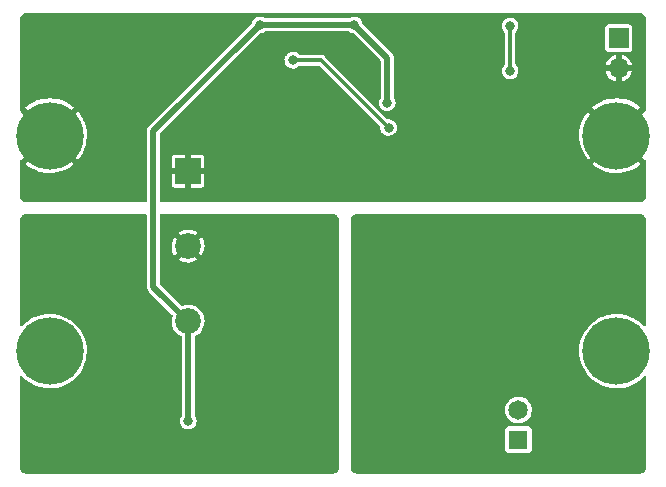
<source format=gbr>
%TF.GenerationSoftware,KiCad,Pcbnew,(6.0.8)*%
%TF.CreationDate,2022-10-20T22:21:07+02:00*%
%TF.ProjectId,WDSSR,57445353-522e-46b6-9963-61645f706362,rev?*%
%TF.SameCoordinates,PX7270e00PY4c4b400*%
%TF.FileFunction,Copper,L2,Bot*%
%TF.FilePolarity,Positive*%
%FSLAX45Y45*%
G04 Gerber Fmt 4.5, Leading zero omitted, Abs format (unit mm)*
G04 Created by KiCad (PCBNEW (6.0.8)) date 2022-10-20 22:21:07*
%MOMM*%
%LPD*%
G01*
G04 APERTURE LIST*
%TA.AperFunction,ComponentPad*%
%ADD10C,5.700000*%
%TD*%
%TA.AperFunction,ComponentPad*%
%ADD11R,2.175000X2.175000*%
%TD*%
%TA.AperFunction,ComponentPad*%
%ADD12C,2.175000*%
%TD*%
%TA.AperFunction,ComponentPad*%
%ADD13R,1.650000X1.650000*%
%TD*%
%TA.AperFunction,ComponentPad*%
%ADD14C,1.650000*%
%TD*%
%TA.AperFunction,ComponentPad*%
%ADD15R,1.700000X1.700000*%
%TD*%
%TA.AperFunction,ComponentPad*%
%ADD16O,1.700000X1.700000*%
%TD*%
%TA.AperFunction,ViaPad*%
%ADD17C,0.800000*%
%TD*%
%TA.AperFunction,Conductor*%
%ADD18C,0.500000*%
%TD*%
%TA.AperFunction,Conductor*%
%ADD19C,0.300000*%
%TD*%
G04 APERTURE END LIST*
D10*
X300000Y-1088000D03*
X300000Y-2913000D03*
X5100000Y-1088000D03*
X5100000Y-2913000D03*
D11*
X1473000Y-1389000D03*
D12*
X1473000Y-2024000D03*
X1473000Y-2659000D03*
D13*
X4270000Y-3662000D03*
D14*
X4270000Y-3412000D03*
D15*
X5120000Y-262500D03*
D16*
X5120000Y-516500D03*
D17*
X2315000Y-1410000D03*
X2165000Y-1560000D03*
X2020000Y-1560000D03*
X3225000Y-1560000D03*
X2165000Y-1410000D03*
X3075000Y-1560000D03*
X2925000Y-1560000D03*
X2315000Y-1560000D03*
X2925000Y-1410000D03*
X1870000Y-1560000D03*
X3530000Y-1560000D03*
X2625000Y-1410000D03*
X3380000Y-1410000D03*
X3680000Y-1560000D03*
X2475000Y-1410000D03*
X3380000Y-1560000D03*
X2475000Y-1560000D03*
X2880000Y-340000D03*
X4010000Y-160000D03*
X3075000Y-1410000D03*
X2020000Y-1260000D03*
X1980000Y-630000D03*
X1720000Y-1410000D03*
X1720000Y-1560000D03*
X1870000Y-1260000D03*
X2400000Y-830000D03*
X2775000Y-1560000D03*
X3480000Y-530000D03*
X3680000Y-1410000D03*
X1870000Y-1410000D03*
X3530000Y-1410000D03*
X1720000Y-1260000D03*
X2625000Y-1560000D03*
X3225000Y-1410000D03*
X1500000Y-530000D03*
X2775000Y-1410000D03*
X2020000Y-1410000D03*
X2080000Y-150000D03*
X2880000Y-150000D03*
X3160000Y-810000D03*
X1475000Y-3505000D03*
X2360000Y-450000D03*
X3170000Y-1020000D03*
X510000Y-3500000D03*
X510000Y-3650000D03*
X2000000Y-1900000D03*
X210000Y-3800000D03*
X2000000Y-2890000D03*
X2000000Y-2740000D03*
X2350000Y-2890000D03*
X1100000Y-3650000D03*
X830000Y-1820000D03*
X1700000Y-2740000D03*
X2650000Y-3040000D03*
X360000Y-3800000D03*
X1250000Y-3650000D03*
X2350000Y-2740000D03*
X510000Y-3800000D03*
X2000000Y-2200000D03*
X1100000Y-3800000D03*
X1250000Y-3800000D03*
X1700000Y-2890000D03*
X1850000Y-2200000D03*
X2650000Y-2740000D03*
X1850000Y-2050000D03*
X2000000Y-2050000D03*
X950000Y-3650000D03*
X1100000Y-3500000D03*
X2500000Y-2890000D03*
X1700000Y-3040000D03*
X1700000Y-1900000D03*
X360000Y-3650000D03*
X1850000Y-2890000D03*
X210000Y-3500000D03*
X2500000Y-2740000D03*
X2500000Y-3040000D03*
X2350000Y-3040000D03*
X2650000Y-2890000D03*
X360000Y-3500000D03*
X950000Y-3500000D03*
X1250000Y-3500000D03*
X1700000Y-2200000D03*
X1700000Y-2050000D03*
X950000Y-3800000D03*
X210000Y-3650000D03*
X2000000Y-3040000D03*
X1850000Y-1900000D03*
X1850000Y-3040000D03*
X1850000Y-2740000D03*
X4300000Y-2740000D03*
X4600000Y-2740000D03*
X5050000Y-2050000D03*
X3610000Y-2200000D03*
X4600000Y-3040000D03*
X4900000Y-1900000D03*
X4300000Y-2890000D03*
X5200000Y-2200000D03*
X5200000Y-3500000D03*
X4900000Y-2200000D03*
X3460000Y-2050000D03*
X3460000Y-3040000D03*
X3610000Y-3040000D03*
X5050000Y-1900000D03*
X4900000Y-3650000D03*
X4450000Y-2740000D03*
X4300000Y-3040000D03*
X4900000Y-3500000D03*
X3610000Y-2890000D03*
X3310000Y-3040000D03*
X4900000Y-2050000D03*
X5200000Y-3800000D03*
X3610000Y-2740000D03*
X3460000Y-2200000D03*
X3460000Y-2740000D03*
X4450000Y-2890000D03*
X4900000Y-3800000D03*
X5200000Y-2050000D03*
X5050000Y-3650000D03*
X5200000Y-3650000D03*
X3460000Y-2890000D03*
X5050000Y-3800000D03*
X3460000Y-1900000D03*
X3310000Y-2740000D03*
X5050000Y-2200000D03*
X4450000Y-3040000D03*
X5200000Y-1900000D03*
X3310000Y-2200000D03*
X4600000Y-2890000D03*
X3310000Y-2050000D03*
X3610000Y-1900000D03*
X5050000Y-3500000D03*
X3610000Y-2050000D03*
X3310000Y-2890000D03*
X3310000Y-1900000D03*
X4200000Y-540000D03*
X4200000Y-160000D03*
D18*
X3160000Y-810000D02*
X3160000Y-430000D01*
X1473000Y-2659000D02*
X1180000Y-2366000D01*
X2880000Y-150000D02*
X2080000Y-150000D01*
X1180000Y-1050000D02*
X2080000Y-150000D01*
X1180000Y-2366000D02*
X1180000Y-1050000D01*
X3160000Y-430000D02*
X2880000Y-150000D01*
X1473000Y-2659000D02*
X1475000Y-2661000D01*
X1475000Y-2661000D02*
X1475000Y-3505000D01*
D19*
X3170000Y-1020000D02*
X2600000Y-450000D01*
X2600000Y-450000D02*
X2360000Y-450000D01*
X4200000Y-540000D02*
X4200000Y-160000D01*
%TA.AperFunction,Conductor*%
G36*
X5300643Y-50085D02*
G01*
X5311649Y-51534D01*
X5314145Y-52202D01*
X5323796Y-56200D01*
X5326034Y-57492D01*
X5334321Y-63851D01*
X5336149Y-65679D01*
X5342508Y-73966D01*
X5343800Y-76204D01*
X5347798Y-85855D01*
X5348466Y-88351D01*
X5349915Y-99357D01*
X5350000Y-100649D01*
X5350000Y-874100D01*
X5348109Y-879919D01*
X5343159Y-883515D01*
X5341066Y-883952D01*
X5339285Y-884127D01*
X5339107Y-884249D01*
X5136464Y-1086891D01*
X5135859Y-1088080D01*
X5135938Y-1088583D01*
X5338865Y-1291510D01*
X5341409Y-1292806D01*
X5344594Y-1293310D01*
X5348921Y-1297637D01*
X5350000Y-1302131D01*
X5350000Y-1599351D01*
X5349915Y-1600643D01*
X5348466Y-1611649D01*
X5347798Y-1614145D01*
X5343800Y-1623796D01*
X5342508Y-1626034D01*
X5336149Y-1634321D01*
X5334321Y-1636149D01*
X5326034Y-1642508D01*
X5323796Y-1643800D01*
X5314145Y-1647797D01*
X5311649Y-1648466D01*
X5300643Y-1649915D01*
X5299351Y-1650000D01*
X1244950Y-1650000D01*
X1239131Y-1648109D01*
X1235535Y-1643159D01*
X1235050Y-1640100D01*
X1235050Y-1501914D01*
X1334250Y-1501914D01*
X1334285Y-1502498D01*
X1334473Y-1504085D01*
X1334863Y-1505502D01*
X1338727Y-1514201D01*
X1339745Y-1515682D01*
X1346361Y-1522287D01*
X1347843Y-1523302D01*
X1356548Y-1527150D01*
X1357969Y-1527537D01*
X1359508Y-1527717D01*
X1360079Y-1527750D01*
X1446432Y-1527750D01*
X1447700Y-1527338D01*
X1448000Y-1526926D01*
X1448000Y-1526182D01*
X1498000Y-1526182D01*
X1498412Y-1527450D01*
X1498824Y-1527750D01*
X1585914Y-1527750D01*
X1586498Y-1527715D01*
X1588085Y-1527527D01*
X1589502Y-1527137D01*
X1598201Y-1523273D01*
X1599682Y-1522255D01*
X1606287Y-1515639D01*
X1607302Y-1514157D01*
X1611150Y-1505452D01*
X1611537Y-1504031D01*
X1611717Y-1502492D01*
X1611750Y-1501921D01*
X1611750Y-1415568D01*
X1611338Y-1414299D01*
X1610926Y-1414000D01*
X1499568Y-1414000D01*
X1498299Y-1414412D01*
X1498000Y-1414824D01*
X1498000Y-1526182D01*
X1448000Y-1526182D01*
X1448000Y-1415568D01*
X1447588Y-1414299D01*
X1447176Y-1414000D01*
X1335818Y-1414000D01*
X1334550Y-1414412D01*
X1334250Y-1414824D01*
X1334250Y-1501914D01*
X1235050Y-1501914D01*
X1235050Y-1362432D01*
X1334250Y-1362432D01*
X1334662Y-1363701D01*
X1335074Y-1364000D01*
X1446432Y-1364000D01*
X1447700Y-1363588D01*
X1448000Y-1363176D01*
X1448000Y-1362432D01*
X1498000Y-1362432D01*
X1498412Y-1363701D01*
X1498824Y-1364000D01*
X1610182Y-1364000D01*
X1611450Y-1363588D01*
X1611750Y-1363176D01*
X1611750Y-1327984D01*
X4895954Y-1327984D01*
X4896020Y-1328403D01*
X4896092Y-1328499D01*
X4898692Y-1330906D01*
X4899118Y-1331258D01*
X4927023Y-1351831D01*
X4927486Y-1352135D01*
X4957510Y-1369469D01*
X4958004Y-1369718D01*
X4989775Y-1383599D01*
X4990290Y-1383790D01*
X5023410Y-1394043D01*
X5023947Y-1394177D01*
X5058002Y-1400673D01*
X5058550Y-1400746D01*
X5093117Y-1403406D01*
X5093668Y-1403417D01*
X5128319Y-1402207D01*
X5128867Y-1402157D01*
X5163166Y-1397093D01*
X5163707Y-1396982D01*
X5197226Y-1388126D01*
X5197752Y-1387955D01*
X5230074Y-1375418D01*
X5230579Y-1375189D01*
X5261302Y-1359127D01*
X5261777Y-1358844D01*
X5290519Y-1339457D01*
X5290960Y-1339122D01*
X5303167Y-1328733D01*
X5303866Y-1327597D01*
X5303842Y-1327284D01*
X5303669Y-1327025D01*
X5101109Y-1124464D01*
X5099920Y-1123859D01*
X5099417Y-1123938D01*
X4896559Y-1326796D01*
X4895954Y-1327984D01*
X1611750Y-1327984D01*
X1611750Y-1276086D01*
X1611715Y-1275502D01*
X1611527Y-1273915D01*
X1611137Y-1272498D01*
X1607273Y-1263799D01*
X1606255Y-1262318D01*
X1599639Y-1255713D01*
X1598157Y-1254698D01*
X1589452Y-1250850D01*
X1588031Y-1250463D01*
X1586492Y-1250283D01*
X1585921Y-1250250D01*
X1499568Y-1250250D01*
X1498299Y-1250662D01*
X1498000Y-1251074D01*
X1498000Y-1362432D01*
X1448000Y-1362432D01*
X1448000Y-1251818D01*
X1447588Y-1250550D01*
X1447176Y-1250250D01*
X1360086Y-1250250D01*
X1359502Y-1250285D01*
X1357915Y-1250473D01*
X1356498Y-1250863D01*
X1347799Y-1254727D01*
X1346318Y-1255745D01*
X1339713Y-1262361D01*
X1338698Y-1263843D01*
X1334850Y-1272548D01*
X1334463Y-1273969D01*
X1334283Y-1275508D01*
X1334250Y-1276079D01*
X1334250Y-1362432D01*
X1235050Y-1362432D01*
X1235050Y-1076903D01*
X1236941Y-1071084D01*
X1237950Y-1069903D01*
X1858591Y-449261D01*
X2289439Y-449261D01*
X2289505Y-449854D01*
X2289505Y-449855D01*
X2290283Y-456903D01*
X2291300Y-466113D01*
X2297127Y-482036D01*
X2306583Y-496108D01*
X2319123Y-507519D01*
X2334024Y-515609D01*
X2337519Y-516526D01*
X2349846Y-519760D01*
X2349847Y-519760D01*
X2350423Y-519912D01*
X2351019Y-519921D01*
X2351020Y-519921D01*
X2358897Y-520045D01*
X2367376Y-520178D01*
X2367958Y-520045D01*
X2367958Y-520045D01*
X2383321Y-516526D01*
X2383321Y-516526D01*
X2383903Y-516393D01*
X2385461Y-515609D01*
X2398517Y-509043D01*
X2399050Y-508775D01*
X2399504Y-508387D01*
X2399504Y-508387D01*
X2411942Y-497763D01*
X2412046Y-497884D01*
X2416729Y-495245D01*
X2418686Y-495050D01*
X2577239Y-495050D01*
X2583058Y-496941D01*
X2584239Y-497950D01*
X3096698Y-1010408D01*
X3099476Y-1015860D01*
X3099505Y-1018072D01*
X3099524Y-1018072D01*
X3099517Y-1018669D01*
X3099439Y-1019261D01*
X3099505Y-1019854D01*
X3099505Y-1019855D01*
X3100910Y-1032581D01*
X3101300Y-1036113D01*
X3107127Y-1052036D01*
X3107459Y-1052531D01*
X3107459Y-1052531D01*
X3109437Y-1055475D01*
X3116583Y-1066108D01*
X3129123Y-1077519D01*
X3144023Y-1085609D01*
X3147519Y-1086526D01*
X3159846Y-1089760D01*
X3159847Y-1089760D01*
X3160423Y-1089912D01*
X3161019Y-1089921D01*
X3161020Y-1089921D01*
X3168896Y-1090045D01*
X3177376Y-1090178D01*
X3177957Y-1090045D01*
X3177958Y-1090045D01*
X3193321Y-1086526D01*
X3193321Y-1086526D01*
X3193903Y-1086393D01*
X3195461Y-1085609D01*
X3198918Y-1083871D01*
X4784546Y-1083871D01*
X4785998Y-1118511D01*
X4786052Y-1119060D01*
X4791356Y-1153322D01*
X4791471Y-1153862D01*
X4800561Y-1187319D01*
X4800735Y-1187844D01*
X4813498Y-1220079D01*
X4813729Y-1220579D01*
X4830006Y-1251192D01*
X4830292Y-1251664D01*
X4849879Y-1280270D01*
X4850217Y-1280709D01*
X4859255Y-1291179D01*
X4860395Y-1291870D01*
X4860727Y-1291842D01*
X4860959Y-1291685D01*
X5063536Y-1089109D01*
X5064142Y-1087920D01*
X5064062Y-1087417D01*
X4861262Y-884618D01*
X4860074Y-884012D01*
X4859673Y-884076D01*
X4859552Y-884168D01*
X4855694Y-888393D01*
X4855346Y-888821D01*
X4834967Y-916869D01*
X4834668Y-917334D01*
X4817543Y-947478D01*
X4817297Y-947974D01*
X4803639Y-979840D01*
X4803451Y-980358D01*
X4793430Y-1013550D01*
X4793300Y-1014085D01*
X4787041Y-1048186D01*
X4786972Y-1048734D01*
X4784554Y-1083320D01*
X4784546Y-1083871D01*
X3198918Y-1083871D01*
X3208516Y-1079043D01*
X3209050Y-1078775D01*
X3209503Y-1078387D01*
X3209504Y-1078387D01*
X3221489Y-1068151D01*
X3221489Y-1068151D01*
X3221942Y-1067763D01*
X3231836Y-1053995D01*
X3232740Y-1051745D01*
X3237938Y-1038817D01*
X3237938Y-1038816D01*
X3238160Y-1038263D01*
X3239706Y-1027399D01*
X3240503Y-1021798D01*
X3240503Y-1021798D01*
X3240549Y-1021478D01*
X3240564Y-1020000D01*
X3238528Y-1003168D01*
X3232534Y-987308D01*
X3230612Y-984510D01*
X3223269Y-973827D01*
X3222931Y-973335D01*
X3210272Y-962056D01*
X3195288Y-954122D01*
X3186576Y-951934D01*
X3179423Y-950137D01*
X3179423Y-950137D01*
X3178844Y-949992D01*
X3171284Y-949952D01*
X3167693Y-949933D01*
X3161884Y-948012D01*
X3160744Y-947034D01*
X2634162Y-420452D01*
X2633388Y-419580D01*
X2631645Y-417370D01*
X2631187Y-416789D01*
X2626325Y-413429D01*
X2626073Y-413248D01*
X2621914Y-410176D01*
X2621914Y-410176D01*
X2621318Y-409737D01*
X2620637Y-409497D01*
X2620043Y-409087D01*
X2619337Y-408864D01*
X2619337Y-408864D01*
X2617303Y-408220D01*
X2614407Y-407304D01*
X2614119Y-407208D01*
X2608537Y-405248D01*
X2607933Y-405224D01*
X2607665Y-405172D01*
X2607127Y-405002D01*
X2606466Y-404950D01*
X2601146Y-404950D01*
X2600757Y-404942D01*
X2595740Y-404745D01*
X2595739Y-404745D01*
X2595001Y-404716D01*
X2594323Y-404896D01*
X2593340Y-404950D01*
X2418515Y-404950D01*
X2412695Y-403059D01*
X2411929Y-402442D01*
X2410551Y-401214D01*
X2400272Y-392056D01*
X2385288Y-384122D01*
X2377066Y-382057D01*
X2369423Y-380137D01*
X2369423Y-380137D01*
X2368844Y-379992D01*
X2360284Y-379947D01*
X2352486Y-379906D01*
X2352486Y-379906D01*
X2351890Y-379903D01*
X2351310Y-380042D01*
X2351310Y-380042D01*
X2340570Y-382621D01*
X2335403Y-383861D01*
X2328929Y-387203D01*
X2320868Y-391364D01*
X2320867Y-391364D01*
X2320337Y-391637D01*
X2307560Y-402783D01*
X2307217Y-403271D01*
X2307217Y-403271D01*
X2300080Y-413427D01*
X2297811Y-416655D01*
X2291652Y-432451D01*
X2289439Y-449261D01*
X1858591Y-449261D01*
X2085749Y-222103D01*
X2090540Y-219453D01*
X2103321Y-216526D01*
X2103321Y-216526D01*
X2103903Y-216393D01*
X2105461Y-215609D01*
X2111852Y-212395D01*
X2119050Y-208775D01*
X2119504Y-208387D01*
X2119504Y-208387D01*
X2120634Y-207422D01*
X2126286Y-205080D01*
X2127063Y-205050D01*
X2832613Y-205050D01*
X2838348Y-206880D01*
X2838682Y-207117D01*
X2839123Y-207519D01*
X2854023Y-215609D01*
X2854601Y-215761D01*
X2854601Y-215761D01*
X2870048Y-219813D01*
X2874536Y-222389D01*
X3102050Y-449903D01*
X3104828Y-455354D01*
X3104950Y-456903D01*
X3104950Y-763366D01*
X3103150Y-769059D01*
X3097811Y-776655D01*
X3091652Y-792451D01*
X3089439Y-809261D01*
X3089505Y-809854D01*
X3089505Y-809855D01*
X3089684Y-811478D01*
X3091300Y-826113D01*
X3097127Y-842036D01*
X3097459Y-842530D01*
X3097459Y-842531D01*
X3098769Y-844480D01*
X3106583Y-856108D01*
X3119123Y-867519D01*
X3134023Y-875609D01*
X3137519Y-876526D01*
X3149846Y-879760D01*
X3149847Y-879760D01*
X3150423Y-879912D01*
X3151019Y-879921D01*
X3151020Y-879921D01*
X3158896Y-880045D01*
X3167376Y-880178D01*
X3167957Y-880045D01*
X3167958Y-880045D01*
X3183321Y-876526D01*
X3183321Y-876526D01*
X3183903Y-876393D01*
X3185461Y-875609D01*
X3198516Y-869043D01*
X3199050Y-868775D01*
X3199503Y-868387D01*
X3199504Y-868387D01*
X3211489Y-858151D01*
X3211489Y-858150D01*
X3211942Y-857763D01*
X3218288Y-848932D01*
X3218687Y-848377D01*
X4896116Y-848377D01*
X4896148Y-848726D01*
X4896287Y-848932D01*
X5098891Y-1051536D01*
X5100080Y-1052142D01*
X5100583Y-1052062D01*
X5303335Y-849310D01*
X5303940Y-848122D01*
X5303880Y-847739D01*
X5303767Y-847593D01*
X5297898Y-842308D01*
X5297466Y-841960D01*
X5269277Y-821779D01*
X5268809Y-821482D01*
X5238547Y-804569D01*
X5238049Y-804327D01*
X5206088Y-790891D01*
X5205569Y-790707D01*
X5172309Y-780917D01*
X5171772Y-780792D01*
X5137628Y-774771D01*
X5137081Y-774706D01*
X5102479Y-772529D01*
X5101926Y-772525D01*
X5067298Y-774218D01*
X5066748Y-774276D01*
X5032525Y-779819D01*
X5031986Y-779938D01*
X4998593Y-789261D01*
X4998070Y-789439D01*
X4965924Y-802427D01*
X4965425Y-802662D01*
X4934927Y-819152D01*
X4934458Y-819441D01*
X4905988Y-839228D01*
X4905553Y-839568D01*
X4896799Y-847231D01*
X4896116Y-848377D01*
X3218687Y-848377D01*
X3221488Y-844480D01*
X3221488Y-844479D01*
X3221836Y-843995D01*
X3222654Y-841960D01*
X3227938Y-828817D01*
X3227938Y-828816D01*
X3228160Y-828263D01*
X3228550Y-825520D01*
X3230503Y-811798D01*
X3230503Y-811798D01*
X3230549Y-811478D01*
X3230564Y-810000D01*
X3228528Y-793168D01*
X3222534Y-777308D01*
X3220791Y-774771D01*
X3216791Y-768951D01*
X3215050Y-763344D01*
X3215050Y-539261D01*
X4129439Y-539261D01*
X4129505Y-539854D01*
X4129505Y-539855D01*
X4129950Y-543891D01*
X4131300Y-556114D01*
X4137127Y-572036D01*
X4137459Y-572531D01*
X4137459Y-572531D01*
X4138769Y-574480D01*
X4146583Y-586108D01*
X4159123Y-597519D01*
X4174023Y-605609D01*
X4177445Y-606507D01*
X4189846Y-609760D01*
X4189847Y-609760D01*
X4190423Y-609912D01*
X4191019Y-609921D01*
X4191020Y-609921D01*
X4198900Y-610045D01*
X4207376Y-610178D01*
X4207958Y-610045D01*
X4207958Y-610045D01*
X4223321Y-606526D01*
X4223321Y-606526D01*
X4223903Y-606393D01*
X4225461Y-605609D01*
X4238517Y-599043D01*
X4239050Y-598775D01*
X4239504Y-598387D01*
X4239504Y-598387D01*
X4251489Y-588151D01*
X4251489Y-588151D01*
X4251942Y-587763D01*
X4256429Y-581519D01*
X4261488Y-574480D01*
X4261488Y-574479D01*
X4261836Y-573995D01*
X4268160Y-558263D01*
X4268558Y-555465D01*
X4270352Y-542859D01*
X5008035Y-542859D01*
X5011020Y-554612D01*
X5011322Y-555465D01*
X5019790Y-573834D01*
X5020242Y-574617D01*
X5031917Y-591136D01*
X5032504Y-591823D01*
X5046993Y-605938D01*
X5047695Y-606507D01*
X5064514Y-617745D01*
X5065309Y-618176D01*
X5083893Y-626161D01*
X5084754Y-626440D01*
X5093471Y-628413D01*
X5094760Y-628294D01*
X5094974Y-627518D01*
X5145000Y-627518D01*
X5145412Y-628787D01*
X5145529Y-628872D01*
X5146127Y-628923D01*
X5146512Y-628867D01*
X5147391Y-628656D01*
X5166545Y-622154D01*
X5167371Y-621786D01*
X5185019Y-611903D01*
X5185765Y-611390D01*
X5201316Y-598457D01*
X5201957Y-597816D01*
X5214890Y-582265D01*
X5215403Y-581519D01*
X5225286Y-563871D01*
X5225654Y-563045D01*
X5232156Y-543891D01*
X5232359Y-543043D01*
X5232135Y-541737D01*
X5232031Y-541636D01*
X5231447Y-541500D01*
X5146568Y-541500D01*
X5145300Y-541912D01*
X5145000Y-542324D01*
X5145000Y-627518D01*
X5094974Y-627518D01*
X5095000Y-627422D01*
X5095000Y-543068D01*
X5094588Y-541800D01*
X5094176Y-541500D01*
X5009258Y-541500D01*
X5008067Y-541887D01*
X5008035Y-542859D01*
X4270352Y-542859D01*
X4270503Y-541799D01*
X4270503Y-541798D01*
X4270549Y-541478D01*
X4270565Y-540000D01*
X4268528Y-523168D01*
X4262535Y-507308D01*
X4255975Y-497763D01*
X4253269Y-493827D01*
X4252931Y-493335D01*
X4250536Y-491200D01*
X4249191Y-490002D01*
X5007803Y-490002D01*
X5007818Y-491165D01*
X5008873Y-491500D01*
X5093432Y-491500D01*
X5094701Y-491088D01*
X5095000Y-490676D01*
X5095000Y-489932D01*
X5145000Y-489932D01*
X5145412Y-491200D01*
X5145824Y-491500D01*
X5230876Y-491500D01*
X5232025Y-491127D01*
X5232045Y-490087D01*
X5227945Y-475548D01*
X5227621Y-474704D01*
X5218675Y-456562D01*
X5218202Y-455791D01*
X5206099Y-439584D01*
X5205495Y-438912D01*
X5190641Y-425181D01*
X5189924Y-424631D01*
X5172816Y-413837D01*
X5172011Y-413427D01*
X5153223Y-405931D01*
X5152357Y-405675D01*
X5146538Y-404517D01*
X5145213Y-404674D01*
X5145210Y-404677D01*
X5145000Y-405482D01*
X5145000Y-489932D01*
X5095000Y-489932D01*
X5095000Y-405670D01*
X5094588Y-404401D01*
X5094527Y-404358D01*
X5093813Y-404306D01*
X5090555Y-404866D01*
X5089683Y-405099D01*
X5070705Y-412101D01*
X5069889Y-412490D01*
X5052505Y-422833D01*
X5051775Y-423363D01*
X5036566Y-436701D01*
X5035943Y-437357D01*
X5023421Y-453241D01*
X5022928Y-454000D01*
X5013510Y-471902D01*
X5013164Y-472736D01*
X5007803Y-490002D01*
X4249191Y-490002D01*
X4248364Y-489266D01*
X4245277Y-483983D01*
X4245050Y-481874D01*
X4245050Y-351965D01*
X5004950Y-351965D01*
X5005262Y-354585D01*
X5009806Y-364815D01*
X5017729Y-372724D01*
X5018565Y-373094D01*
X5027286Y-376950D01*
X5027287Y-376950D01*
X5027967Y-377251D01*
X5028707Y-377337D01*
X5030238Y-377515D01*
X5030535Y-377550D01*
X5209465Y-377550D01*
X5211256Y-377337D01*
X5211347Y-377326D01*
X5211347Y-377326D01*
X5212085Y-377238D01*
X5222315Y-372694D01*
X5230224Y-364771D01*
X5234751Y-354533D01*
X5235050Y-351965D01*
X5235050Y-173035D01*
X5234738Y-170415D01*
X5230194Y-160185D01*
X5222271Y-152276D01*
X5219359Y-150988D01*
X5212714Y-148050D01*
X5212713Y-148050D01*
X5212033Y-147749D01*
X5210632Y-147586D01*
X5209749Y-147483D01*
X5209749Y-147483D01*
X5209465Y-147450D01*
X5030535Y-147450D01*
X5028895Y-147645D01*
X5028653Y-147674D01*
X5028653Y-147674D01*
X5027915Y-147762D01*
X5017685Y-152306D01*
X5009776Y-160229D01*
X5005249Y-170467D01*
X5004950Y-173035D01*
X5004950Y-351965D01*
X4245050Y-351965D01*
X4245050Y-218214D01*
X4246941Y-212395D01*
X4248521Y-210686D01*
X4251489Y-208151D01*
X4251489Y-208151D01*
X4251942Y-207763D01*
X4261836Y-193995D01*
X4268160Y-178263D01*
X4268551Y-175520D01*
X4270503Y-161799D01*
X4270503Y-161798D01*
X4270549Y-161478D01*
X4270565Y-160000D01*
X4269120Y-148063D01*
X4268599Y-143760D01*
X4268599Y-143760D01*
X4268528Y-143168D01*
X4262535Y-127308D01*
X4255662Y-117308D01*
X4253269Y-113827D01*
X4252931Y-113335D01*
X4240272Y-102056D01*
X4225288Y-94122D01*
X4215950Y-91777D01*
X4209423Y-90137D01*
X4209423Y-90137D01*
X4208844Y-89992D01*
X4200284Y-89947D01*
X4192486Y-89906D01*
X4192486Y-89906D01*
X4191889Y-89903D01*
X4191310Y-90042D01*
X4191309Y-90042D01*
X4182922Y-92056D01*
X4175403Y-93861D01*
X4173294Y-94950D01*
X4160867Y-101364D01*
X4160867Y-101364D01*
X4160337Y-101637D01*
X4147560Y-112783D01*
X4147217Y-113271D01*
X4147217Y-113271D01*
X4138154Y-126166D01*
X4137811Y-126655D01*
X4131652Y-142451D01*
X4129439Y-159261D01*
X4129505Y-159854D01*
X4129505Y-159855D01*
X4130758Y-171207D01*
X4131300Y-176113D01*
X4137127Y-192036D01*
X4137459Y-192530D01*
X4137459Y-192531D01*
X4138769Y-194480D01*
X4146583Y-206108D01*
X4151713Y-210776D01*
X4154744Y-216091D01*
X4154950Y-218098D01*
X4154950Y-481835D01*
X4153059Y-487655D01*
X4151558Y-489296D01*
X4147560Y-492783D01*
X4147217Y-493271D01*
X4147217Y-493271D01*
X4143929Y-497950D01*
X4137811Y-506655D01*
X4136880Y-509043D01*
X4134320Y-515609D01*
X4131652Y-522451D01*
X4129439Y-539261D01*
X3215050Y-539261D01*
X3215050Y-431443D01*
X3215059Y-431029D01*
X3215293Y-425445D01*
X3215321Y-424771D01*
X3214866Y-422833D01*
X3214298Y-420411D01*
X3214128Y-419494D01*
X3213837Y-417370D01*
X3213521Y-415057D01*
X3212828Y-413455D01*
X3212275Y-411786D01*
X3211877Y-410086D01*
X3211552Y-409495D01*
X3211551Y-409494D01*
X3209719Y-406161D01*
X3209309Y-405324D01*
X3207799Y-401834D01*
X3207798Y-401833D01*
X3207530Y-401214D01*
X3206433Y-399859D01*
X3205452Y-398399D01*
X3204860Y-397323D01*
X3204860Y-397323D01*
X3204611Y-396869D01*
X3203910Y-396058D01*
X3201356Y-393503D01*
X3200662Y-392733D01*
X3198463Y-390017D01*
X3198039Y-389493D01*
X3196321Y-388272D01*
X3195055Y-387203D01*
X2951978Y-144126D01*
X2949150Y-138315D01*
X2948599Y-133760D01*
X2948599Y-133760D01*
X2948528Y-133168D01*
X2948047Y-131895D01*
X2942745Y-117866D01*
X2942534Y-117308D01*
X2939531Y-112938D01*
X2933269Y-103827D01*
X2932931Y-103335D01*
X2920272Y-92056D01*
X2905288Y-84122D01*
X2897066Y-82057D01*
X2889423Y-80137D01*
X2889423Y-80137D01*
X2888844Y-79992D01*
X2880284Y-79947D01*
X2872486Y-79906D01*
X2872486Y-79906D01*
X2871889Y-79903D01*
X2871310Y-80042D01*
X2871309Y-80042D01*
X2860570Y-82621D01*
X2855403Y-83861D01*
X2851540Y-85855D01*
X2840867Y-91364D01*
X2840867Y-91364D01*
X2840337Y-91637D01*
X2839887Y-92030D01*
X2839887Y-92030D01*
X2839336Y-92510D01*
X2833708Y-94911D01*
X2832828Y-94950D01*
X2127291Y-94950D01*
X2121472Y-93059D01*
X2120727Y-92459D01*
X2120717Y-92453D01*
X2120272Y-92056D01*
X2105288Y-84122D01*
X2097066Y-82057D01*
X2089423Y-80137D01*
X2089423Y-80137D01*
X2088844Y-79992D01*
X2080284Y-79947D01*
X2072486Y-79906D01*
X2072486Y-79906D01*
X2071889Y-79903D01*
X2071310Y-80042D01*
X2071309Y-80042D01*
X2060570Y-82621D01*
X2055403Y-83861D01*
X2051540Y-85855D01*
X2040867Y-91364D01*
X2040867Y-91364D01*
X2040337Y-91637D01*
X2027560Y-102783D01*
X2017811Y-116655D01*
X2017594Y-117211D01*
X2013850Y-126816D01*
X2011652Y-132451D01*
X2011574Y-133043D01*
X2011574Y-133043D01*
X2010871Y-138383D01*
X2008057Y-144091D01*
X1142095Y-1010052D01*
X1141796Y-1010339D01*
X1137184Y-1014580D01*
X1136829Y-1015154D01*
X1134824Y-1018386D01*
X1134296Y-1019155D01*
X1131997Y-1022183D01*
X1131997Y-1022184D01*
X1131589Y-1022722D01*
X1130947Y-1024343D01*
X1130156Y-1025915D01*
X1129592Y-1026825D01*
X1129592Y-1026825D01*
X1129237Y-1027399D01*
X1129048Y-1028046D01*
X1127987Y-1031699D01*
X1127685Y-1032581D01*
X1126285Y-1036117D01*
X1126285Y-1036118D01*
X1126036Y-1036745D01*
X1125966Y-1037416D01*
X1125854Y-1038481D01*
X1125515Y-1040207D01*
X1125029Y-1041882D01*
X1124950Y-1042951D01*
X1124950Y-1046563D01*
X1124896Y-1047598D01*
X1124460Y-1051745D01*
X1124572Y-1052411D01*
X1124811Y-1053824D01*
X1124950Y-1055475D01*
X1124950Y-1640100D01*
X1123059Y-1645919D01*
X1118109Y-1649515D01*
X1115050Y-1650000D01*
X100649Y-1650000D01*
X99357Y-1649915D01*
X88351Y-1648466D01*
X85855Y-1647797D01*
X76204Y-1643800D01*
X73966Y-1642508D01*
X65679Y-1636149D01*
X63851Y-1634321D01*
X57492Y-1626034D01*
X56200Y-1623796D01*
X52202Y-1614145D01*
X51534Y-1611649D01*
X50085Y-1600643D01*
X50000Y-1599351D01*
X50000Y-1327984D01*
X95954Y-1327984D01*
X96020Y-1328403D01*
X96092Y-1328499D01*
X98692Y-1330906D01*
X99118Y-1331258D01*
X127023Y-1351831D01*
X127486Y-1352135D01*
X157510Y-1369469D01*
X158004Y-1369718D01*
X189774Y-1383599D01*
X190290Y-1383790D01*
X223410Y-1394043D01*
X223947Y-1394177D01*
X258001Y-1400673D01*
X258550Y-1400746D01*
X293117Y-1403406D01*
X293668Y-1403417D01*
X328319Y-1402207D01*
X328867Y-1402157D01*
X363166Y-1397093D01*
X363707Y-1396982D01*
X397226Y-1388126D01*
X397752Y-1387955D01*
X430074Y-1375418D01*
X430579Y-1375189D01*
X461302Y-1359127D01*
X461777Y-1358844D01*
X490519Y-1339457D01*
X490960Y-1339122D01*
X503167Y-1328733D01*
X503866Y-1327597D01*
X503842Y-1327284D01*
X503669Y-1327025D01*
X301109Y-1124464D01*
X299920Y-1123859D01*
X299417Y-1123938D01*
X96559Y-1326796D01*
X95954Y-1327984D01*
X50000Y-1327984D01*
X50000Y-1301846D01*
X51891Y-1296027D01*
X56841Y-1292431D01*
X59071Y-1291981D01*
X60726Y-1291842D01*
X60959Y-1291685D01*
X263536Y-1089109D01*
X264060Y-1088080D01*
X335859Y-1088080D01*
X335938Y-1088583D01*
X538865Y-1291510D01*
X540054Y-1292115D01*
X540491Y-1292046D01*
X540561Y-1291994D01*
X541495Y-1290999D01*
X541850Y-1290575D01*
X562618Y-1262815D01*
X562924Y-1262354D01*
X580468Y-1232451D01*
X580720Y-1231960D01*
X594822Y-1200287D01*
X595017Y-1199772D01*
X605501Y-1166723D01*
X605638Y-1166191D01*
X612372Y-1132180D01*
X612449Y-1131633D01*
X615359Y-1096981D01*
X615376Y-1096636D01*
X615494Y-1088172D01*
X615487Y-1087829D01*
X613546Y-1053107D01*
X613484Y-1052560D01*
X607702Y-1018374D01*
X607580Y-1017837D01*
X598024Y-984510D01*
X597842Y-983988D01*
X584630Y-951934D01*
X584392Y-951436D01*
X567689Y-921055D01*
X567397Y-920586D01*
X547412Y-892257D01*
X547068Y-891823D01*
X540803Y-884766D01*
X539652Y-884091D01*
X539285Y-884127D01*
X539107Y-884249D01*
X336464Y-1086891D01*
X335859Y-1088080D01*
X264060Y-1088080D01*
X264142Y-1087920D01*
X264062Y-1087417D01*
X61262Y-884618D01*
X58834Y-883380D01*
X55406Y-882837D01*
X51079Y-878511D01*
X50000Y-874016D01*
X50000Y-848377D01*
X96116Y-848377D01*
X96148Y-848726D01*
X96287Y-848932D01*
X298891Y-1051536D01*
X300080Y-1052142D01*
X300583Y-1052062D01*
X503335Y-849310D01*
X503940Y-848122D01*
X503879Y-847739D01*
X503767Y-847593D01*
X497897Y-842308D01*
X497466Y-841960D01*
X469277Y-821779D01*
X468809Y-821482D01*
X438547Y-804569D01*
X438049Y-804327D01*
X406087Y-790891D01*
X405569Y-790707D01*
X372309Y-780917D01*
X371772Y-780792D01*
X337628Y-774771D01*
X337081Y-774706D01*
X302479Y-772529D01*
X301926Y-772525D01*
X267298Y-774218D01*
X266748Y-774276D01*
X232525Y-779819D01*
X231986Y-779938D01*
X198593Y-789261D01*
X198070Y-789439D01*
X165924Y-802427D01*
X165425Y-802662D01*
X134927Y-819152D01*
X134458Y-819441D01*
X105988Y-839228D01*
X105552Y-839568D01*
X96799Y-847231D01*
X96116Y-848377D01*
X50000Y-848377D01*
X50000Y-100649D01*
X50085Y-99357D01*
X51534Y-88351D01*
X52202Y-85855D01*
X56200Y-76204D01*
X57492Y-73966D01*
X63851Y-65679D01*
X65679Y-63851D01*
X73966Y-57492D01*
X76204Y-56200D01*
X85855Y-52202D01*
X88351Y-51534D01*
X99357Y-50085D01*
X100649Y-50000D01*
X5299351Y-50000D01*
X5300643Y-50085D01*
G37*
%TD.AperFunction*%
%TA.AperFunction,Conductor*%
G36*
X1120869Y-1751891D02*
G01*
X1124466Y-1756841D01*
X1124950Y-1759900D01*
X1124950Y-2364557D01*
X1124941Y-2364971D01*
X1124679Y-2371229D01*
X1124833Y-2371887D01*
X1124833Y-2371887D01*
X1125702Y-2375589D01*
X1125872Y-2376506D01*
X1126479Y-2380943D01*
X1127172Y-2382545D01*
X1127725Y-2384214D01*
X1128123Y-2385914D01*
X1128448Y-2386505D01*
X1128449Y-2386506D01*
X1130281Y-2389839D01*
X1130691Y-2390676D01*
X1132201Y-2394166D01*
X1132202Y-2394167D01*
X1132470Y-2394786D01*
X1132894Y-2395310D01*
X1132894Y-2395310D01*
X1133567Y-2396141D01*
X1134548Y-2397601D01*
X1135140Y-2398677D01*
X1135389Y-2399131D01*
X1136090Y-2399942D01*
X1138644Y-2402497D01*
X1139338Y-2403267D01*
X1141961Y-2406507D01*
X1142511Y-2406898D01*
X1143679Y-2407728D01*
X1144945Y-2408797D01*
X1339243Y-2603095D01*
X1342021Y-2608547D01*
X1341782Y-2612741D01*
X1337166Y-2629389D01*
X1336191Y-2632902D01*
X1333766Y-2655597D01*
X1335080Y-2678383D01*
X1335169Y-2678779D01*
X1339708Y-2698921D01*
X1340098Y-2700649D01*
X1340250Y-2701026D01*
X1340251Y-2701026D01*
X1346828Y-2717224D01*
X1348685Y-2721796D01*
X1348897Y-2722143D01*
X1348897Y-2722143D01*
X1354363Y-2731062D01*
X1360610Y-2741257D01*
X1360876Y-2741564D01*
X1360876Y-2741565D01*
X1364743Y-2746028D01*
X1375554Y-2758509D01*
X1393115Y-2773088D01*
X1412821Y-2784603D01*
X1413582Y-2784894D01*
X1418343Y-2788736D01*
X1419950Y-2794143D01*
X1419950Y-3458366D01*
X1418150Y-3464059D01*
X1412811Y-3471655D01*
X1406652Y-3487451D01*
X1404439Y-3504261D01*
X1404505Y-3504854D01*
X1404505Y-3504855D01*
X1404557Y-3505323D01*
X1406300Y-3521113D01*
X1412127Y-3537036D01*
X1412459Y-3537530D01*
X1412459Y-3537531D01*
X1413769Y-3539480D01*
X1421583Y-3551108D01*
X1434123Y-3562519D01*
X1449023Y-3570609D01*
X1452519Y-3571526D01*
X1464846Y-3574760D01*
X1464847Y-3574760D01*
X1465423Y-3574912D01*
X1466019Y-3574921D01*
X1466020Y-3574921D01*
X1473900Y-3575045D01*
X1482376Y-3575178D01*
X1482957Y-3575045D01*
X1482958Y-3575045D01*
X1498321Y-3571526D01*
X1498321Y-3571526D01*
X1498903Y-3571393D01*
X1500461Y-3570609D01*
X1513516Y-3564043D01*
X1514050Y-3563775D01*
X1514503Y-3563387D01*
X1514504Y-3563387D01*
X1526489Y-3553151D01*
X1526489Y-3553150D01*
X1526942Y-3552763D01*
X1536836Y-3538995D01*
X1543160Y-3523263D01*
X1545549Y-3506478D01*
X1545564Y-3505000D01*
X1543528Y-3488168D01*
X1537534Y-3472308D01*
X1536750Y-3471166D01*
X1531791Y-3463951D01*
X1530050Y-3458344D01*
X1530050Y-2791795D01*
X1531941Y-2785976D01*
X1535594Y-2782905D01*
X1544315Y-2778632D01*
X1544646Y-2778396D01*
X1544646Y-2778396D01*
X1562566Y-2765614D01*
X1562897Y-2765378D01*
X1579064Y-2749267D01*
X1584599Y-2741565D01*
X1592145Y-2731062D01*
X1592146Y-2731062D01*
X1592383Y-2730732D01*
X1592562Y-2730369D01*
X1592563Y-2730368D01*
X1602315Y-2710635D01*
X1602315Y-2710635D01*
X1602495Y-2710271D01*
X1608455Y-2690655D01*
X1609012Y-2688821D01*
X1609012Y-2688821D01*
X1609130Y-2688432D01*
X1609220Y-2687755D01*
X1610545Y-2677683D01*
X1612109Y-2665804D01*
X1612276Y-2659000D01*
X1612254Y-2658737D01*
X1610439Y-2636657D01*
X1610439Y-2636657D01*
X1610405Y-2636253D01*
X1609665Y-2633306D01*
X1604944Y-2614511D01*
X1604845Y-2614116D01*
X1595744Y-2593185D01*
X1583347Y-2574022D01*
X1567986Y-2557140D01*
X1567667Y-2556889D01*
X1567667Y-2556888D01*
X1550393Y-2543246D01*
X1550392Y-2543246D01*
X1550074Y-2542994D01*
X1530092Y-2531964D01*
X1529710Y-2531828D01*
X1529709Y-2531828D01*
X1508960Y-2524480D01*
X1508960Y-2524480D01*
X1508577Y-2524345D01*
X1508178Y-2524274D01*
X1486507Y-2520414D01*
X1486507Y-2520414D01*
X1486107Y-2520342D01*
X1485701Y-2520337D01*
X1485700Y-2520337D01*
X1475256Y-2520210D01*
X1463285Y-2520064D01*
X1440723Y-2523516D01*
X1427392Y-2527873D01*
X1421274Y-2527884D01*
X1417316Y-2525464D01*
X1237950Y-2346097D01*
X1235172Y-2340646D01*
X1235050Y-2339097D01*
X1235050Y-2138472D01*
X1394425Y-2138472D01*
X1395107Y-2139194D01*
X1412492Y-2149353D01*
X1413222Y-2149703D01*
X1433778Y-2157553D01*
X1434555Y-2157778D01*
X1456117Y-2162165D01*
X1456921Y-2162261D01*
X1478910Y-2163067D01*
X1479718Y-2163031D01*
X1501543Y-2160235D01*
X1502336Y-2160066D01*
X1523410Y-2153744D01*
X1524165Y-2153448D01*
X1543925Y-2143768D01*
X1544620Y-2143353D01*
X1550568Y-2139111D01*
X1551361Y-2138038D01*
X1551362Y-2137952D01*
X1551001Y-2137356D01*
X1474109Y-2060464D01*
X1472920Y-2059858D01*
X1472417Y-2059938D01*
X1394987Y-2137368D01*
X1394425Y-2138472D01*
X1235050Y-2138472D01*
X1235050Y-2021004D01*
X1333840Y-2021004D01*
X1335106Y-2042971D01*
X1335219Y-2043772D01*
X1340056Y-2065238D01*
X1340298Y-2066011D01*
X1348576Y-2086397D01*
X1348942Y-2087121D01*
X1357843Y-2101646D01*
X1358812Y-2102473D01*
X1359630Y-2102015D01*
X1436536Y-2025109D01*
X1437060Y-2024080D01*
X1508858Y-2024080D01*
X1508938Y-2024583D01*
X1586097Y-2101742D01*
X1587286Y-2102347D01*
X1587380Y-2102333D01*
X1587897Y-2101888D01*
X1592102Y-2096037D01*
X1592519Y-2095342D01*
X1602268Y-2075617D01*
X1602567Y-2074863D01*
X1608963Y-2053811D01*
X1609134Y-2053019D01*
X1612025Y-2031063D01*
X1612066Y-2030537D01*
X1612219Y-2024264D01*
X1612204Y-2023737D01*
X1610389Y-2001666D01*
X1610257Y-2000867D01*
X1604897Y-1979527D01*
X1604635Y-1978759D01*
X1595862Y-1958582D01*
X1595479Y-1957867D01*
X1588085Y-1946439D01*
X1587066Y-1945610D01*
X1586309Y-1946047D01*
X1509464Y-2022891D01*
X1508858Y-2024080D01*
X1437060Y-2024080D01*
X1437141Y-2023920D01*
X1437062Y-2023417D01*
X1359919Y-1946274D01*
X1358730Y-1945669D01*
X1358701Y-1945673D01*
X1358108Y-1946195D01*
X1352173Y-1954895D01*
X1351773Y-1955599D01*
X1342509Y-1975557D01*
X1342229Y-1976318D01*
X1336349Y-1997520D01*
X1336197Y-1998316D01*
X1333859Y-2020194D01*
X1333840Y-2021004D01*
X1235050Y-2021004D01*
X1235050Y-1909883D01*
X1394576Y-1909883D01*
X1394578Y-1910035D01*
X1394889Y-1910534D01*
X1471891Y-1987536D01*
X1473080Y-1988141D01*
X1473583Y-1988062D01*
X1550928Y-1910717D01*
X1551533Y-1909528D01*
X1551499Y-1909314D01*
X1551196Y-1908944D01*
X1550365Y-1908288D01*
X1549691Y-1907840D01*
X1530427Y-1897206D01*
X1529688Y-1896874D01*
X1508948Y-1889529D01*
X1508164Y-1889322D01*
X1486501Y-1885463D01*
X1485697Y-1885387D01*
X1463694Y-1885119D01*
X1462886Y-1885175D01*
X1441137Y-1888503D01*
X1440348Y-1888691D01*
X1419434Y-1895527D01*
X1418688Y-1895840D01*
X1399170Y-1906001D01*
X1398485Y-1906432D01*
X1395343Y-1908792D01*
X1394576Y-1909883D01*
X1235050Y-1909883D01*
X1235050Y-1759900D01*
X1236941Y-1754081D01*
X1241891Y-1750484D01*
X1244950Y-1750000D01*
X2699351Y-1750000D01*
X2700643Y-1750085D01*
X2711649Y-1751534D01*
X2714145Y-1752202D01*
X2723796Y-1756200D01*
X2726034Y-1757492D01*
X2734321Y-1763851D01*
X2736149Y-1765679D01*
X2742508Y-1773966D01*
X2743800Y-1776204D01*
X2747798Y-1785855D01*
X2748466Y-1788351D01*
X2749915Y-1799357D01*
X2750000Y-1800649D01*
X2750000Y-3899351D01*
X2749915Y-3900643D01*
X2748466Y-3911649D01*
X2747798Y-3914145D01*
X2743800Y-3923796D01*
X2742508Y-3926034D01*
X2736149Y-3934321D01*
X2734321Y-3936149D01*
X2726034Y-3942508D01*
X2723796Y-3943800D01*
X2714145Y-3947797D01*
X2711649Y-3948466D01*
X2700643Y-3949915D01*
X2699351Y-3950000D01*
X100649Y-3950000D01*
X99357Y-3949915D01*
X88351Y-3948466D01*
X85855Y-3947797D01*
X76204Y-3943800D01*
X73966Y-3942508D01*
X65679Y-3936149D01*
X63851Y-3934321D01*
X57492Y-3926034D01*
X56200Y-3923796D01*
X52202Y-3914145D01*
X51534Y-3911649D01*
X50085Y-3900643D01*
X50000Y-3899351D01*
X50000Y-3132154D01*
X51891Y-3126335D01*
X56841Y-3122739D01*
X62959Y-3122739D01*
X67394Y-3125685D01*
X72834Y-3131987D01*
X72835Y-3131988D01*
X73015Y-3132197D01*
X98863Y-3156133D01*
X127218Y-3177038D01*
X157727Y-3194652D01*
X170799Y-3200363D01*
X189757Y-3208646D01*
X189757Y-3208646D01*
X190009Y-3208756D01*
X190272Y-3208837D01*
X190272Y-3208837D01*
X223398Y-3219092D01*
X223399Y-3219092D01*
X223662Y-3219173D01*
X258267Y-3225774D01*
X293392Y-3228477D01*
X293667Y-3228468D01*
X293667Y-3228468D01*
X314987Y-3227723D01*
X328599Y-3227248D01*
X363449Y-3222101D01*
X363716Y-3222031D01*
X363717Y-3222031D01*
X397243Y-3213173D01*
X397243Y-3213173D01*
X397509Y-3213102D01*
X430354Y-3200363D01*
X461573Y-3184042D01*
X490779Y-3164342D01*
X500232Y-3156297D01*
X517397Y-3141689D01*
X517397Y-3141689D01*
X517607Y-3141510D01*
X541723Y-3115829D01*
X541889Y-3115607D01*
X562659Y-3087843D01*
X562660Y-3087842D01*
X562825Y-3087621D01*
X562965Y-3087383D01*
X562965Y-3087382D01*
X580512Y-3057474D01*
X580652Y-3057236D01*
X594981Y-3025053D01*
X605633Y-2991473D01*
X612476Y-2956916D01*
X615423Y-2921811D01*
X615546Y-2913000D01*
X613580Y-2877826D01*
X607705Y-2843091D01*
X597995Y-2809227D01*
X584570Y-2776657D01*
X567599Y-2745786D01*
X567439Y-2745560D01*
X547451Y-2717224D01*
X547450Y-2717224D01*
X547292Y-2716999D01*
X532776Y-2700649D01*
X524086Y-2690862D01*
X524085Y-2690861D01*
X523902Y-2690655D01*
X523698Y-2690471D01*
X523697Y-2690470D01*
X497929Y-2667268D01*
X497928Y-2667268D01*
X497723Y-2667083D01*
X486433Y-2659000D01*
X469304Y-2646737D01*
X469303Y-2646737D01*
X469078Y-2646575D01*
X468836Y-2646440D01*
X468836Y-2646440D01*
X438568Y-2629524D01*
X438568Y-2629524D01*
X438326Y-2629389D01*
X438072Y-2629282D01*
X438071Y-2629281D01*
X418231Y-2620941D01*
X405850Y-2615737D01*
X372055Y-2605791D01*
X350361Y-2601965D01*
X337634Y-2599721D01*
X337633Y-2599721D01*
X337362Y-2599673D01*
X302203Y-2597461D01*
X301927Y-2597475D01*
X301926Y-2597475D01*
X271845Y-2598946D01*
X267016Y-2599182D01*
X232241Y-2604815D01*
X198310Y-2614288D01*
X182571Y-2620647D01*
X165903Y-2627382D01*
X165903Y-2627382D01*
X165647Y-2627485D01*
X165405Y-2627616D01*
X165404Y-2627616D01*
X134901Y-2644109D01*
X134900Y-2644110D01*
X134658Y-2644241D01*
X134432Y-2644398D01*
X134432Y-2644398D01*
X131066Y-2646737D01*
X105730Y-2664346D01*
X79224Y-2687551D01*
X79038Y-2687755D01*
X79038Y-2687755D01*
X67211Y-2700707D01*
X61891Y-2703729D01*
X55810Y-2703047D01*
X51292Y-2698921D01*
X50000Y-2694031D01*
X50000Y-1800649D01*
X50085Y-1799357D01*
X51534Y-1788351D01*
X52202Y-1785855D01*
X56200Y-1776204D01*
X57492Y-1773966D01*
X63851Y-1765679D01*
X65679Y-1763851D01*
X73966Y-1757492D01*
X76204Y-1756200D01*
X85855Y-1752202D01*
X88351Y-1751534D01*
X99357Y-1750085D01*
X100649Y-1750000D01*
X1115050Y-1750000D01*
X1120869Y-1751891D01*
G37*
%TD.AperFunction*%
%TA.AperFunction,Conductor*%
G36*
X5300643Y-1750085D02*
G01*
X5311649Y-1751534D01*
X5314145Y-1752202D01*
X5323796Y-1756200D01*
X5326034Y-1757492D01*
X5334321Y-1763851D01*
X5336149Y-1765679D01*
X5342508Y-1773966D01*
X5343800Y-1776204D01*
X5347798Y-1785855D01*
X5348466Y-1788351D01*
X5349915Y-1799357D01*
X5350000Y-1800649D01*
X5350000Y-2693988D01*
X5348109Y-2699807D01*
X5343159Y-2703403D01*
X5337041Y-2703403D01*
X5332697Y-2700561D01*
X5324086Y-2690862D01*
X5324085Y-2690861D01*
X5323903Y-2690655D01*
X5323698Y-2690471D01*
X5323697Y-2690470D01*
X5297929Y-2667268D01*
X5297928Y-2667268D01*
X5297723Y-2667083D01*
X5290724Y-2662072D01*
X5269304Y-2646737D01*
X5269303Y-2646737D01*
X5269078Y-2646575D01*
X5268837Y-2646440D01*
X5268836Y-2646440D01*
X5238568Y-2629524D01*
X5238568Y-2629524D01*
X5238326Y-2629389D01*
X5238072Y-2629282D01*
X5238071Y-2629281D01*
X5218231Y-2620941D01*
X5205851Y-2615737D01*
X5172055Y-2605791D01*
X5150361Y-2601965D01*
X5137634Y-2599721D01*
X5137633Y-2599721D01*
X5137362Y-2599673D01*
X5102203Y-2597461D01*
X5101927Y-2597475D01*
X5101926Y-2597475D01*
X5071845Y-2598946D01*
X5067016Y-2599182D01*
X5032241Y-2604815D01*
X4998310Y-2614288D01*
X4982571Y-2620647D01*
X4965903Y-2627382D01*
X4965903Y-2627382D01*
X4965647Y-2627485D01*
X4965405Y-2627616D01*
X4965404Y-2627616D01*
X4934901Y-2644109D01*
X4934900Y-2644110D01*
X4934658Y-2644241D01*
X4934432Y-2644398D01*
X4934432Y-2644398D01*
X4931067Y-2646737D01*
X4905730Y-2664346D01*
X4879224Y-2687551D01*
X4855469Y-2713565D01*
X4834762Y-2742066D01*
X4817361Y-2772697D01*
X4817253Y-2772951D01*
X4817252Y-2772952D01*
X4809279Y-2791555D01*
X4803483Y-2805077D01*
X4793301Y-2838802D01*
X4786942Y-2873451D01*
X4784484Y-2908594D01*
X4785960Y-2943792D01*
X4786002Y-2944065D01*
X4791307Y-2978333D01*
X4791307Y-2978334D01*
X4791349Y-2978606D01*
X4800586Y-3012602D01*
X4813554Y-3045357D01*
X4830093Y-3076462D01*
X4830249Y-3076690D01*
X4849840Y-3105301D01*
X4849840Y-3105302D01*
X4849996Y-3105529D01*
X4873015Y-3132197D01*
X4898863Y-3156133D01*
X4927218Y-3177038D01*
X4957727Y-3194652D01*
X4970799Y-3200363D01*
X4989757Y-3208646D01*
X4989757Y-3208646D01*
X4990009Y-3208756D01*
X4990272Y-3208837D01*
X4990272Y-3208837D01*
X5023398Y-3219092D01*
X5023399Y-3219092D01*
X5023662Y-3219173D01*
X5058267Y-3225774D01*
X5093392Y-3228477D01*
X5093667Y-3228468D01*
X5093667Y-3228468D01*
X5114987Y-3227723D01*
X5128599Y-3227248D01*
X5163449Y-3222101D01*
X5163716Y-3222031D01*
X5163717Y-3222031D01*
X5197243Y-3213173D01*
X5197244Y-3213173D01*
X5197509Y-3213102D01*
X5230354Y-3200363D01*
X5261573Y-3184042D01*
X5290779Y-3164342D01*
X5300232Y-3156297D01*
X5317397Y-3141689D01*
X5317397Y-3141689D01*
X5317607Y-3141510D01*
X5332883Y-3125242D01*
X5338245Y-3122295D01*
X5344315Y-3123061D01*
X5348775Y-3127250D01*
X5350000Y-3132019D01*
X5350000Y-3899351D01*
X5349915Y-3900643D01*
X5348466Y-3911649D01*
X5347798Y-3914145D01*
X5343800Y-3923796D01*
X5342508Y-3926034D01*
X5336149Y-3934321D01*
X5334321Y-3936149D01*
X5326034Y-3942508D01*
X5323796Y-3943800D01*
X5314145Y-3947797D01*
X5311649Y-3948466D01*
X5300643Y-3949915D01*
X5299351Y-3950000D01*
X2900649Y-3950000D01*
X2899357Y-3949915D01*
X2888351Y-3948466D01*
X2885855Y-3947797D01*
X2876204Y-3943800D01*
X2873966Y-3942508D01*
X2865679Y-3936149D01*
X2863851Y-3934321D01*
X2857492Y-3926034D01*
X2856200Y-3923796D01*
X2852202Y-3914145D01*
X2851534Y-3911649D01*
X2850085Y-3900643D01*
X2850000Y-3899351D01*
X2850000Y-3748965D01*
X4157450Y-3748965D01*
X4157762Y-3751585D01*
X4162306Y-3761815D01*
X4170229Y-3769724D01*
X4171064Y-3770094D01*
X4179786Y-3773950D01*
X4179787Y-3773950D01*
X4180467Y-3774251D01*
X4181207Y-3774337D01*
X4182738Y-3774515D01*
X4183035Y-3774550D01*
X4356965Y-3774550D01*
X4358756Y-3774337D01*
X4358847Y-3774326D01*
X4358847Y-3774326D01*
X4359585Y-3774238D01*
X4369815Y-3769694D01*
X4377724Y-3761771D01*
X4382251Y-3751533D01*
X4382550Y-3748965D01*
X4382550Y-3575035D01*
X4382238Y-3572415D01*
X4377694Y-3562185D01*
X4369771Y-3554276D01*
X4366859Y-3552988D01*
X4360214Y-3550050D01*
X4360213Y-3550050D01*
X4359533Y-3549749D01*
X4358132Y-3549586D01*
X4357249Y-3549483D01*
X4357249Y-3549483D01*
X4356965Y-3549450D01*
X4183035Y-3549450D01*
X4181395Y-3549645D01*
X4181153Y-3549674D01*
X4181153Y-3549674D01*
X4180415Y-3549762D01*
X4170185Y-3554306D01*
X4162276Y-3562229D01*
X4157749Y-3572467D01*
X4157450Y-3575035D01*
X4157450Y-3748965D01*
X2850000Y-3748965D01*
X2850000Y-3409041D01*
X4157006Y-3409041D01*
X4158359Y-3429682D01*
X4163451Y-3449731D01*
X4172111Y-3468516D01*
X4184050Y-3485408D01*
X4198867Y-3499842D01*
X4199244Y-3500095D01*
X4199244Y-3500095D01*
X4207404Y-3505547D01*
X4216066Y-3511335D01*
X4216482Y-3511514D01*
X4216483Y-3511514D01*
X4225203Y-3515260D01*
X4235071Y-3519500D01*
X4242378Y-3521153D01*
X4254804Y-3523965D01*
X4254804Y-3523965D01*
X4255246Y-3524065D01*
X4265581Y-3524471D01*
X4275462Y-3524859D01*
X4275462Y-3524859D01*
X4275916Y-3524877D01*
X4296387Y-3521909D01*
X4296817Y-3521763D01*
X4296817Y-3521763D01*
X4315544Y-3515406D01*
X4315974Y-3515260D01*
X4334022Y-3505153D01*
X4349926Y-3491926D01*
X4363153Y-3476022D01*
X4373260Y-3457974D01*
X4379909Y-3438387D01*
X4382877Y-3417916D01*
X4383032Y-3412000D01*
X4382802Y-3409494D01*
X4381181Y-3391853D01*
X4381140Y-3391401D01*
X4375525Y-3371493D01*
X4366376Y-3352941D01*
X4364241Y-3350082D01*
X4354271Y-3336730D01*
X4354271Y-3336730D01*
X4353999Y-3336367D01*
X4338810Y-3322325D01*
X4338426Y-3322083D01*
X4321699Y-3311530D01*
X4321699Y-3311529D01*
X4321316Y-3311288D01*
X4302103Y-3303622D01*
X4281815Y-3299587D01*
X4271473Y-3299452D01*
X4261586Y-3299322D01*
X4261585Y-3299322D01*
X4261132Y-3299316D01*
X4260684Y-3299393D01*
X4260684Y-3299393D01*
X4250938Y-3301068D01*
X4240745Y-3302819D01*
X4221338Y-3309979D01*
X4220949Y-3310211D01*
X4220948Y-3310211D01*
X4203952Y-3320323D01*
X4203561Y-3320555D01*
X4203220Y-3320854D01*
X4203220Y-3320855D01*
X4201542Y-3322325D01*
X4188009Y-3334194D01*
X4175203Y-3350438D01*
X4165572Y-3368744D01*
X4159438Y-3388499D01*
X4157006Y-3409041D01*
X2850000Y-3409041D01*
X2850000Y-1800649D01*
X2850085Y-1799357D01*
X2851534Y-1788351D01*
X2852202Y-1785855D01*
X2856200Y-1776204D01*
X2857492Y-1773966D01*
X2863851Y-1765679D01*
X2865679Y-1763851D01*
X2873966Y-1757492D01*
X2876204Y-1756200D01*
X2885855Y-1752202D01*
X2888351Y-1751534D01*
X2899357Y-1750085D01*
X2900649Y-1750000D01*
X5299351Y-1750000D01*
X5300643Y-1750085D01*
G37*
%TD.AperFunction*%
M02*

</source>
